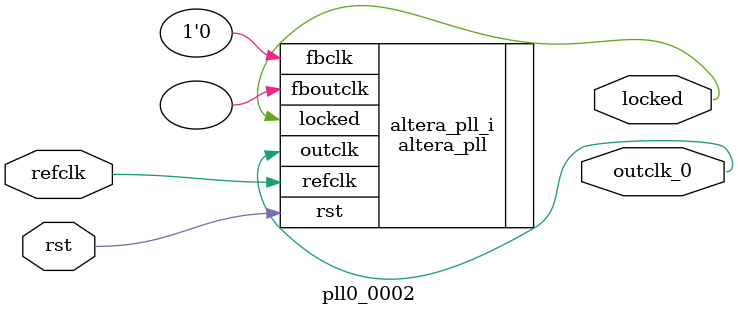
<source format=v>
`timescale 1ns/10ps
module  pll0_0002(

	// interface 'refclk'
	input wire refclk,

	// interface 'reset'
	input wire rst,

	// interface 'outclk0'
	output wire outclk_0,

	// interface 'locked'
	output wire locked
);

	altera_pll #(
		.fractional_vco_multiplier("false"),
		.reference_clock_frequency("50.0 MHz"),
		.operation_mode("direct"),
		.number_of_clocks(1),
		.output_clock_frequency0("20.000000 MHz"),
		.phase_shift0("0 ps"),
		.duty_cycle0(50),
		.output_clock_frequency1("0 MHz"),
		.phase_shift1("0 ps"),
		.duty_cycle1(50),
		.output_clock_frequency2("0 MHz"),
		.phase_shift2("0 ps"),
		.duty_cycle2(50),
		.output_clock_frequency3("0 MHz"),
		.phase_shift3("0 ps"),
		.duty_cycle3(50),
		.output_clock_frequency4("0 MHz"),
		.phase_shift4("0 ps"),
		.duty_cycle4(50),
		.output_clock_frequency5("0 MHz"),
		.phase_shift5("0 ps"),
		.duty_cycle5(50),
		.output_clock_frequency6("0 MHz"),
		.phase_shift6("0 ps"),
		.duty_cycle6(50),
		.output_clock_frequency7("0 MHz"),
		.phase_shift7("0 ps"),
		.duty_cycle7(50),
		.output_clock_frequency8("0 MHz"),
		.phase_shift8("0 ps"),
		.duty_cycle8(50),
		.output_clock_frequency9("0 MHz"),
		.phase_shift9("0 ps"),
		.duty_cycle9(50),
		.output_clock_frequency10("0 MHz"),
		.phase_shift10("0 ps"),
		.duty_cycle10(50),
		.output_clock_frequency11("0 MHz"),
		.phase_shift11("0 ps"),
		.duty_cycle11(50),
		.output_clock_frequency12("0 MHz"),
		.phase_shift12("0 ps"),
		.duty_cycle12(50),
		.output_clock_frequency13("0 MHz"),
		.phase_shift13("0 ps"),
		.duty_cycle13(50),
		.output_clock_frequency14("0 MHz"),
		.phase_shift14("0 ps"),
		.duty_cycle14(50),
		.output_clock_frequency15("0 MHz"),
		.phase_shift15("0 ps"),
		.duty_cycle15(50),
		.output_clock_frequency16("0 MHz"),
		.phase_shift16("0 ps"),
		.duty_cycle16(50),
		.output_clock_frequency17("0 MHz"),
		.phase_shift17("0 ps"),
		.duty_cycle17(50),
		.pll_type("General"),
		.pll_subtype("General")
	) altera_pll_i (
		.rst	(rst),
		.outclk	({outclk_0}),
		.locked	(locked),
		.fboutclk	( ),
		.fbclk	(1'b0),
		.refclk	(refclk)
	);
endmodule


</source>
